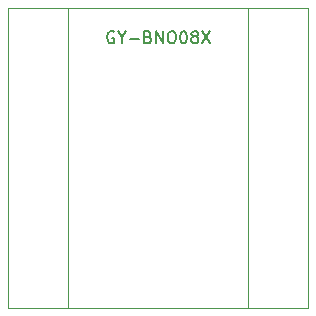
<source format=gto>
%TF.GenerationSoftware,KiCad,Pcbnew,(5.1.10)-1*%
%TF.CreationDate,2021-06-28T22:20:39+08:00*%
%TF.ProjectId,TTGO-T7-V1.5_BNO085_expansion-board,5454474f-2d54-4372-9d56-312e355f424e,rev?*%
%TF.SameCoordinates,Original*%
%TF.FileFunction,Legend,Top*%
%TF.FilePolarity,Positive*%
%FSLAX46Y46*%
G04 Gerber Fmt 4.6, Leading zero omitted, Abs format (unit mm)*
G04 Created by KiCad (PCBNEW (5.1.10)-1) date 2021-06-28 22:20:39*
%MOMM*%
%LPD*%
G01*
G04 APERTURE LIST*
%ADD10C,0.120000*%
%ADD11C,0.150000*%
G04 APERTURE END LIST*
D10*
%TO.C,T1*%
X0Y25400000D02*
X0Y0D01*
X25400000Y25400000D02*
X0Y25400000D01*
X25400000Y0D02*
X25400000Y25400000D01*
X0Y0D02*
X25400000Y0D01*
%TO.C,G1*%
X5080000Y0D02*
X20320000Y0D01*
X20320000Y0D02*
X20320000Y25400000D01*
X20320000Y25400000D02*
X5080000Y25400000D01*
X5080000Y25400000D02*
X5080000Y0D01*
D11*
X8938095Y23360000D02*
X8842857Y23407619D01*
X8700000Y23407619D01*
X8557142Y23360000D01*
X8461904Y23264761D01*
X8414285Y23169523D01*
X8366666Y22979047D01*
X8366666Y22836190D01*
X8414285Y22645714D01*
X8461904Y22550476D01*
X8557142Y22455238D01*
X8700000Y22407619D01*
X8795238Y22407619D01*
X8938095Y22455238D01*
X8985714Y22502857D01*
X8985714Y22836190D01*
X8795238Y22836190D01*
X9604761Y22883809D02*
X9604761Y22407619D01*
X9271428Y23407619D02*
X9604761Y22883809D01*
X9938095Y23407619D01*
X10271428Y22788571D02*
X11033333Y22788571D01*
X11842857Y22931428D02*
X11985714Y22883809D01*
X12033333Y22836190D01*
X12080952Y22740952D01*
X12080952Y22598095D01*
X12033333Y22502857D01*
X11985714Y22455238D01*
X11890476Y22407619D01*
X11509523Y22407619D01*
X11509523Y23407619D01*
X11842857Y23407619D01*
X11938095Y23360000D01*
X11985714Y23312380D01*
X12033333Y23217142D01*
X12033333Y23121904D01*
X11985714Y23026666D01*
X11938095Y22979047D01*
X11842857Y22931428D01*
X11509523Y22931428D01*
X12509523Y22407619D02*
X12509523Y23407619D01*
X13080952Y22407619D01*
X13080952Y23407619D01*
X13747619Y23407619D02*
X13938095Y23407619D01*
X14033333Y23360000D01*
X14128571Y23264761D01*
X14176190Y23074285D01*
X14176190Y22740952D01*
X14128571Y22550476D01*
X14033333Y22455238D01*
X13938095Y22407619D01*
X13747619Y22407619D01*
X13652380Y22455238D01*
X13557142Y22550476D01*
X13509523Y22740952D01*
X13509523Y23074285D01*
X13557142Y23264761D01*
X13652380Y23360000D01*
X13747619Y23407619D01*
X14795238Y23407619D02*
X14890476Y23407619D01*
X14985714Y23360000D01*
X15033333Y23312380D01*
X15080952Y23217142D01*
X15128571Y23026666D01*
X15128571Y22788571D01*
X15080952Y22598095D01*
X15033333Y22502857D01*
X14985714Y22455238D01*
X14890476Y22407619D01*
X14795238Y22407619D01*
X14700000Y22455238D01*
X14652380Y22502857D01*
X14604761Y22598095D01*
X14557142Y22788571D01*
X14557142Y23026666D01*
X14604761Y23217142D01*
X14652380Y23312380D01*
X14700000Y23360000D01*
X14795238Y23407619D01*
X15700000Y22979047D02*
X15604761Y23026666D01*
X15557142Y23074285D01*
X15509523Y23169523D01*
X15509523Y23217142D01*
X15557142Y23312380D01*
X15604761Y23360000D01*
X15700000Y23407619D01*
X15890476Y23407619D01*
X15985714Y23360000D01*
X16033333Y23312380D01*
X16080952Y23217142D01*
X16080952Y23169523D01*
X16033333Y23074285D01*
X15985714Y23026666D01*
X15890476Y22979047D01*
X15700000Y22979047D01*
X15604761Y22931428D01*
X15557142Y22883809D01*
X15509523Y22788571D01*
X15509523Y22598095D01*
X15557142Y22502857D01*
X15604761Y22455238D01*
X15700000Y22407619D01*
X15890476Y22407619D01*
X15985714Y22455238D01*
X16033333Y22502857D01*
X16080952Y22598095D01*
X16080952Y22788571D01*
X16033333Y22883809D01*
X15985714Y22931428D01*
X15890476Y22979047D01*
X16414285Y23407619D02*
X17080952Y22407619D01*
X17080952Y23407619D02*
X16414285Y22407619D01*
%TD*%
M02*

</source>
